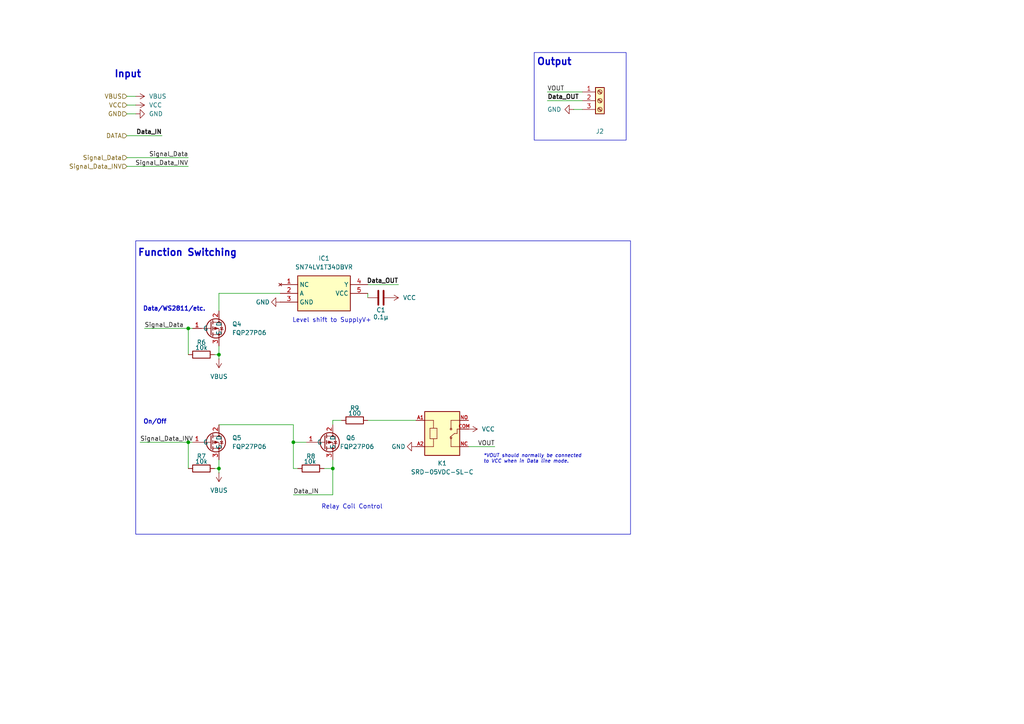
<source format=kicad_sch>
(kicad_sch (version 20231120) (generator "eeschema") (generator_version "8.0")
  (paper "A4")
  (lib_symbols
    (symbol "Connector:Screw_Terminal_01x03" (pin_names (offset 1.016) hide)
      (property "Reference" "J" (at 0 5.08 0))
      (property "Value" "Screw_Terminal_01x03" (at 0 -5.08 0))
      (symbol "Screw_Terminal_01x03_1_1"
        (rectangle (start -1.27 3.81) (end 1.27 -3.81) (stroke (width 0.254)) (fill (type background)))
        (circle (center 0 -2.54) (radius 0.635) (stroke (width 0.1524)))
        (polyline (pts (xy -0.5334 -2.2098) (xy 0.3302 -3.048)) (stroke (width 0.1524)))
        (polyline (pts (xy -0.5334 0.3302) (xy 0.3302 -0.508)) (stroke (width 0.1524)))
        (polyline (pts (xy -0.5334 2.8702) (xy 0.3302 2.032)) (stroke (width 0.1524)))
        (polyline (pts (xy -0.3556 -2.032) (xy 0.508 -2.8702)) (stroke (width 0.1524)))
        (polyline (pts (xy -0.3556 0.508) (xy 0.508 -0.3302)) (stroke (width 0.1524)))
        (polyline (pts (xy -0.3556 3.048) (xy 0.508 2.2098)) (stroke (width 0.1524)))
        (circle (center 0 0) (radius 0.635) (stroke (width 0.1524)))
        (circle (center 0 2.54) (radius 0.635) (stroke (width 0.1524)))
        (pin passive line (at -5.08 2.54 0) (length 3.81) (name "Pin_1") (number "1"))
        (pin passive line (at -5.08 0 0) (length 3.81) (name "Pin_2") (number "2"))
        (pin passive line (at -5.08 -2.54 0) (length 3.81) (name "Pin_3") (number "3"))
      )
    )
    (symbol "Device:C" (pin_numbers hide) (pin_names (offset 0.254))
      (property "Reference" "C" (at 0.635 2.54 0))
      (property "Value" "C" (at 0.635 -2.54 0))
      (symbol "C_0_1"
        (polyline (pts (xy -2.032 -0.762) (xy 2.032 -0.762)) (stroke (width 0.508)))
        (polyline (pts (xy -2.032 0.762) (xy 2.032 0.762)) (stroke (width 0.508)))
      )
      (symbol "C_1_1"
        (pin passive line (at 0 3.81 270) (length 2.794) (name "~") (number "1"))
        (pin passive line (at 0 -3.81 90) (length 2.794) (name "~") (number "2"))
      )
    )
    (symbol "Device:D" (pin_numbers hide) (pin_names (offset 1.016) hide)
      (property "Reference" "D" (at 0 2.54 0))
      (property "Value" "D" (at 0 -2.54 0))
      (symbol "D_0_1"
        (polyline (pts (xy -1.27 1.27) (xy -1.27 -1.27)) (stroke (width 0.254)))
        (polyline (pts (xy 1.27 0) (xy -1.27 0)))
        (polyline (pts (xy 1.27 1.27) (xy 1.27 -1.27) (xy -1.27 0) (xy 1.27 1.27)) (stroke (width 0.254)))
      )
      (symbol "D_1_1"
        (pin passive line (at -3.81 0 0) (length 2.54) (name "K") (number "1"))
        (pin passive line (at 3.81 0 180) (length 2.54) (name "A") (number "2"))
      )
    )
    (symbol "Device:R" (pin_numbers hide) (pin_names (offset 0))
      (property "Reference" "R" (at 2.032 0 90))
      (property "Value" "R" (at 0 0 90))
      (symbol "R_0_1"
        (rectangle (start -1.016 -2.54) (end 1.016 2.54) (stroke (width 0.254)))
      )
      (symbol "R_1_1"
        (pin passive line (at 0 3.81 270) (length 1.27) (name "~") (number "1"))
        (pin passive line (at 0 -3.81 90) (length 1.27) (name "~") (number "2"))
      )
    )
    (symbol "MySymbolsLibrary:SN74LV1T34DBVR"
      (property "Reference" "IC" (at 21.59 7.62 0))
      (property "Value" "SN74LV1T34DBVR" (at 21.59 5.08 0))
      (symbol "SN74LV1T34DBVR_1_1"
        (rectangle (start 5.08 2.54) (end 20.32 -7.62) (stroke (width 0.254)) (fill (type background)))
        (pin no_connect line (at 0 0 0) (length 5.08) (name "NC") (number "1"))
        (pin passive line (at 0 -2.54 0) (length 5.08) (name "A") (number "2"))
        (pin passive line (at 0 -5.08 0) (length 5.08) (name "GND") (number "3"))
        (pin passive line (at 25.4 0 180) (length 5.08) (name "Y") (number "4"))
        (pin passive line (at 25.4 -2.54 180) (length 5.08) (name "VCC") (number "5"))
      )
    )
    (symbol "MySymbolsLibrary:SRD-05VDC-SL-C" (pin_names (offset 1.016))
      (property "Reference" "K" (at -5.0809 5.843 0))
      (property "Value" "SRD-05VDC-SL-C" (at -8.382 -10.16 0))
      (symbol "SRD-05VDC-SL-C_0_0"
        (rectangle (start -5.08 5.08) (end 5.08 -7.62) (stroke (width 0.254)) (fill (type background)))
        (polyline (pts (xy -5.08 2.54) (xy -2.54 2.54)) (stroke (width 0.1524)))
        (polyline (pts (xy -3.556 -2.794) (xy -2.54 -2.794)) (stroke (width 0.1524)))
        (polyline (pts (xy -3.556 0.254) (xy -3.556 -2.794)) (stroke (width 0.1524)))
        (polyline (pts (xy -2.54 -5.08) (xy -5.08 -5.08)) (stroke (width 0.1524)))
        (polyline (pts (xy -2.54 -2.794) (xy -2.54 -5.08)) (stroke (width 0.1524)))
        (polyline (pts (xy -2.54 -2.794) (xy -1.524 -2.794)) (stroke (width 0.1524)))
        (polyline (pts (xy -2.54 0.254) (xy -3.556 0.254)) (stroke (width 0.1524)))
        (polyline (pts (xy -2.54 2.54) (xy -2.54 0.254)) (stroke (width 0.1524)))
        (polyline (pts (xy -1.524 -2.794) (xy -1.524 0.254)) (stroke (width 0.1524)))
        (polyline (pts (xy -1.524 0.254) (xy -2.54 0.254)) (stroke (width 0.1524)))
        (polyline (pts (xy 2.54 -5.08) (xy 5.08 -5.08)) (stroke (width 0.1524)))
        (polyline (pts (xy 2.54 -2.54) (xy 2.54 -5.08)) (stroke (width 0.1524)))
        (polyline (pts (xy 2.54 2.54) (xy 2.54 0)) (stroke (width 0.1524)))
        (polyline (pts (xy 3.556 -1.27) (xy 2.286 -2.286)) (stroke (width 0.1524)))
        (polyline (pts (xy 3.556 -1.27) (xy 4.318 -1.27)) (stroke (width 0.1524)))
        (polyline (pts (xy 4.318 -1.27) (xy 4.318 0)) (stroke (width 0.1524)))
        (polyline (pts (xy 4.318 0) (xy 5.08 0)) (stroke (width 0.1524)))
        (polyline (pts (xy 5.08 2.54) (xy 2.54 2.54)) (stroke (width 0.1524)))
        (circle (center 2.54 -2.54) (radius 0.254) (stroke (width 0.1524)))
        (circle (center 2.54 0) (radius 0.254) (stroke (width 0.1524)))
        (pin passive line (at -7.62 2.54 0) (length 2.54) (name "~") (number "A1"))
        (pin passive line (at -7.62 -5.08 0) (length 2.54) (name "~") (number "A2"))
        (pin passive line (at 7.62 0 180) (length 2.54) (name "~") (number "COM"))
        (pin passive line (at 7.62 -5.08 180) (length 2.54) (name "~") (number "NC"))
        (pin passive line (at 7.62 2.54 180) (length 2.54) (name "~") (number "NO"))
      )
    )
    (symbol "Transistor_FET:FQP27P06"
      (property "Reference" "Q" (at 5.08 1.905 0))
      (property "Value" "FQP27P06" (at 5.08 0 0))
      (symbol "FQP27P06_0_1"
        (polyline (pts (xy 0.254 0) (xy -2.54 0)))
        (polyline (pts (xy 0.254 1.905) (xy 0.254 -1.905)) (stroke (width 0.254)))
        (polyline (pts (xy 0.762 -1.27) (xy 0.762 -2.286)) (stroke (width 0.254)))
        (polyline (pts (xy 0.762 0.508) (xy 0.762 -0.508)) (stroke (width 0.254)))
        (polyline (pts (xy 0.762 2.286) (xy 0.762 1.27)) (stroke (width 0.254)))
        (polyline (pts (xy 2.54 2.54) (xy 2.54 1.778)))
        (polyline (pts (xy 2.54 -2.54) (xy 2.54 0) (xy 0.762 0)))
        (polyline (pts (xy 0.762 1.778) (xy 3.302 1.778) (xy 3.302 -1.778) (xy 0.762 -1.778)))
        (polyline (pts (xy 2.286 0) (xy 1.27 0.381) (xy 1.27 -0.381) (xy 2.286 0)) (fill (type outline)))
        (polyline (pts (xy 2.794 -0.508) (xy 2.921 -0.381) (xy 3.683 -0.381) (xy 3.81 -0.254)))
        (polyline (pts (xy 3.302 -0.381) (xy 2.921 0.254) (xy 3.683 0.254) (xy 3.302 -0.381)))
        (circle (center 1.651 0) (radius 2.794) (stroke (width 0.254)))
        (circle (center 2.54 -1.778) (radius 0.254) (fill (type outline)))
        (circle (center 2.54 1.778) (radius 0.254) (fill (type outline)))
      )
      (symbol "FQP27P06_1_1"
        (pin input line (at -5.08 0 0) (length 2.54) (name "G") (number "1"))
        (pin passive line (at 2.54 5.08 270) (length 2.54) (name "D") (number "2"))
        (pin passive line (at 2.54 -5.08 90) (length 2.54) (name "S") (number "3"))
      )
    )
    (symbol "Transistor_FET:IRF9540N"
      (property "Reference" "Q" (at 5.08 1.905 0))
      (property "Value" "IRF9540N" (at 5.08 0 0))
      (symbol "IRF9540N_0_1"
        (polyline (pts (xy 0.254 0) (xy -2.54 0)))
        (polyline (pts (xy 0.254 1.905) (xy 0.254 -1.905)) (stroke (width 0.254)))
        (polyline (pts (xy 0.762 -1.27) (xy 0.762 -2.286)) (stroke (width 0.254)))
        (polyline (pts (xy 0.762 0.508) (xy 0.762 -0.508)) (stroke (width 0.254)))
        (polyline (pts (xy 0.762 2.286) (xy 0.762 1.27)) (stroke (width 0.254)))
        (polyline (pts (xy 2.54 2.54) (xy 2.54 1.778)))
        (polyline (pts (xy 2.54 -2.54) (xy 2.54 0) (xy 0.762 0)))
        (polyline (pts (xy 0.762 1.778) (xy 3.302 1.778) (xy 3.302 -1.778) (xy 0.762 -1.778)))
        (polyline (pts (xy 2.286 0) (xy 1.27 0.381) (xy 1.27 -0.381) (xy 2.286 0)) (fill (type outline)))
        (polyline (pts (xy 2.794 -0.508) (xy 2.921 -0.381) (xy 3.683 -0.381) (xy 3.81 -0.254)))
        (polyline (pts (xy 3.302 -0.381) (xy 2.921 0.254) (xy 3.683 0.254) (xy 3.302 -0.381)))
        (circle (center 1.651 0) (radius 2.794) (stroke (width 0.254)))
        (circle (center 2.54 -1.778) (radius 0.254) (fill (type outline)))
        (circle (center 2.54 1.778) (radius 0.254) (fill (type outline)))
      )
      (symbol "IRF9540N_1_1"
        (pin input line (at -5.08 0 0) (length 2.54) (name "G") (number "1"))
        (pin passive line (at 2.54 5.08 270) (length 2.54) (name "D") (number "2"))
        (pin passive line (at 2.54 -5.08 90) (length 2.54) (name "S") (number "3"))
      )
    )
    (symbol "power:GND" (power) (pin_numbers hide) (pin_names (offset 0) hide)
      (property "Value" "GND" (at 0 -3.81 0))
      (symbol "GND_0_1"
        (polyline (pts (xy 0 0) (xy 0 -1.27) (xy 1.27 -1.27) (xy 0 -2.54) (xy -1.27 -1.27) (xy 0 -1.27)))
      )
      (symbol "GND_1_1"
        (pin power_in line (at 0 0 270) (length 0) (name "~") (number "1"))
      )
    )
    (symbol "power:VBUS" (power) (pin_numbers hide) (pin_names (offset 0) hide)
      (property "Value" "VBUS" (at 0 3.556 0))
      (symbol "VBUS_0_1"
        (polyline (pts (xy -0.762 1.27) (xy 0 2.54)))
        (polyline (pts (xy 0 0) (xy 0 2.54)))
        (polyline (pts (xy 0 2.54) (xy 0.762 1.27)))
      )
      (symbol "VBUS_1_1"
        (pin power_in line (at 0 0 90) (length 0) (name "~") (number "1"))
      )
    )
    (symbol "power:VCC" (power) (pin_numbers hide) (pin_names (offset 0) hide)
      (property "Value" "VCC" (at 0 3.556 0))
      (symbol "VCC_0_1"
        (polyline (pts (xy -0.762 1.27) (xy 0 2.54)))
        (polyline (pts (xy 0 0) (xy 0 2.54)))
        (polyline (pts (xy 0 2.54) (xy 0.762 1.27)))
      )
      (symbol "VCC_1_1"
        (pin power_in line (at 0 0 90) (length 0) (name "~") (number "1"))
      )
    )
  )
  (junction (at -101.6 147.32))
  (junction (at 63.5 102.87))
  (junction (at 54.61 128.27))
  (junction (at 54.61 95.25))
  (junction (at -157.48 147.32))
  (junction (at 63.5 135.89))
  (junction (at 96.52 135.89))
  (junction (at 85.09 128.27))
  (wire (pts (xy 63.5 85.09) (xy 81.28 85.09)))
  (wire (pts (xy 158.75 26.67) (xy 168.91 26.67)))
  (wire (pts (xy 63.5 90.17) (xy 63.5 85.09)))
  (wire (pts (xy 62.23 135.89) (xy 63.5 135.89)))
  (wire (pts (xy 54.61 95.25) (xy 54.61 102.87)))
  (wire (pts (xy 85.09 135.89) (xy 86.36 135.89)))
  (wire (pts (xy 93.98 135.89) (xy 96.52 135.89)))
  (wire (pts (xy 85.09 143.51) (xy 96.52 143.51)))
  (wire (pts (xy 96.52 121.92) (xy 96.52 123.19)))
  (wire (pts (xy 63.5 135.89) (xy 63.5 133.35)))
  (wire (pts (xy 63.5 104.14) (xy 63.5 102.87)))
  (wire (pts (xy 158.75 29.21) (xy 168.91 29.21)))
  (wire (pts (xy 36.83 48.26) (xy 54.61 48.26)))
  (wire (pts (xy -88.9 165.1) (xy -83.82 165.1)))
  (wire (pts (xy -157.48 147.32) (xy -157.48 149.86)))
  (wire (pts (xy -156.21 147.32) (xy -157.48 147.32)))
  (wire (pts (xy 36.83 27.94) (xy 39.37 27.94)))
  (wire (pts (xy -168.91 147.32) (xy -157.48 147.32)))
  (wire (pts (xy 166.37 31.75) (xy 168.91 31.75)))
  (wire (pts (xy 106.68 121.92) (xy 120.65 121.92)))
  (wire (pts (xy -118.11 165.1) (xy -106.68 165.1)))
  (wire (pts (xy -92.71 147.32) (xy -93.98 147.32)))
  (wire (pts (xy 85.09 128.27) (xy 85.09 135.89)))
  (wire (pts (xy 106.68 86.36) (xy 106.68 85.09)))
  (wire (pts (xy -101.6 147.32) (xy -100.33 147.32)))
  (wire (pts (xy 135.89 129.54) (xy 143.51 129.54)))
  (wire (pts (xy 54.61 95.25) (xy 55.88 95.25)))
  (wire (pts (xy -113.03 147.32) (xy -101.6 147.32)))
  (wire (pts (xy 36.83 33.02) (xy 39.37 33.02)))
  (wire (pts (xy 106.68 82.55) (xy 115.57 82.55)))
  (wire (pts (xy 36.83 39.37) (xy 46.99 39.37)))
  (wire (pts (xy 63.5 102.87) (xy 63.5 100.33)))
  (wire (pts (xy -144.78 165.1) (xy -139.7 165.1)))
  (wire (pts (xy 113.03 86.36) (xy 114.3 86.36)))
  (wire (pts (xy 85.09 128.27) (xy 88.9 128.27)))
  (wire (pts (xy 85.09 123.19) (xy 85.09 128.27)))
  (wire (pts (xy -166.37 165.1) (xy -162.56 165.1)))
  (wire (pts (xy -101.6 147.32) (xy -101.6 149.86)))
  (wire (pts (xy 96.52 135.89) (xy 96.52 143.51)))
  (wire (pts (xy 63.5 135.89) (xy 63.5 137.16)))
  (wire (pts (xy 40.64 128.27) (xy 54.61 128.27)))
  (wire (pts (xy 99.06 121.92) (xy 96.52 121.92)))
  (wire (pts (xy 62.23 102.87) (xy 63.5 102.87)))
  (wire (pts (xy 36.83 30.48) (xy 39.37 30.48)))
  (wire (pts (xy 41.91 95.25) (xy 54.61 95.25)))
  (wire (pts (xy 63.5 123.19) (xy 85.09 123.19)))
  (wire (pts (xy 96.52 135.89) (xy 96.52 133.35)))
  (wire (pts (xy -147.32 147.32) (xy -148.59 147.32)))
  (wire (pts (xy 36.83 45.72) (xy 54.61 45.72)))
  (wire (pts (xy 54.61 128.27) (xy 55.88 128.27)))
  (wire (pts (xy 54.61 128.27) (xy 54.61 135.89)))
  (rectangle (start 39.37 69.85) (end 182.88 154.94))
  (rectangle (start 154.94 15.24) (end 181.61 40.64))
  (text "Data/WS2811/etc." (at 50.546 89.662 0) (effects (font (size 1.27 1.27) (thickness 0.254) (bold yes))))
  (text "Relay Coil Control" (at 102.108 147.066 0) (effects (font (size 1.27 1.27))))
  (text "*VOUT should normally be connected\nto VCC when in Data line mode." (at 140.208 133.096 0) (effects (font (size 1 1) (italic yes)) (justify left)))
  (text "Level shift to SupplyV+" (at 96.266 92.964 0) (effects (font (size 1.27 1.27))))
  (text "On/Off" (at 44.958 122.428 0) (effects (font (size 1.27 1.27) (thickness 0.254) (bold yes))))
  (text "Input" (at 37.084 21.59 0) (effects (font (size 2 2) (thickness 0.4) (bold yes))))
  (text "Output" (at 160.782 18.034 0) (effects (font (size 2 2) (thickness 0.4) (bold yes))))
  (text "Function Switching" (at 39.878 73.406 0) (effects (font (size 2 2) (thickness 0.4) (bold yes)) (justify left)))
  (label "Data_OUT" (at 158.75 29.21 0) (effects (font (thickness 0.254) (bold yes))))
  (label "Signal_PS" (at -113.03 147.32 0))
  (label "Signal_Data_INV" (at 54.61 48.26 180))
  (label "Signal_Data" (at 41.91 95.25 0))
  (label "V+" (at -139.7 165.1 180) (effects (font (thickness 0.254) (bold yes))))
  (label "SupplyV+" (at -118.11 165.1 0))
  (label "VOUT" (at 143.51 129.54 180))
  (label "V+" (at -83.82 165.1 180) (effects (font (thickness 0.254) (bold yes))))
  (label "Data_OUT" (at 115.57 82.55 180) (effects (font (thickness 0.254) (bold yes))))
  (label "Data_IN" (at 46.99 39.37 180) (effects (font (thickness 0.254) (bold yes))))
  (label "Signal_Data" (at 54.61 45.72 180))
  (label "Data_IN" (at 85.09 143.51 0))
  (label "Signal_5V" (at -168.91 147.32 0))
  (label "Signal_Data_INV" (at 40.64 128.27 0))
  (label "VOUT" (at 158.75 26.67 0))
  (hierarchical_label "DATA" (shape input) (at 36.83 39.37 180))
  (hierarchical_label "VCC" (shape input) (at 36.83 30.48 180))
  (hierarchical_label "GND" (shape input) (at 36.83 33.02 180))
  (hierarchical_label "Signal_Data_INV" (shape input) (at 36.83 48.26 180))
  (hierarchical_label "Signal_Data" (shape input) (at 36.83 45.72 180))
  (hierarchical_label "VBUS" (shape input) (at 36.83 27.94 180))
  (symbol (lib_id "Device:R") (at -152.4 147.32 90) (unit 1) (exclude_from_sim yes) (in_bom no) (on_board no) (dnp yes)
    (property "Reference" "R3" (at -153.67 145.288 90) (effects (justify right)))
    (property "Value" "100Ω" (at -154.432 149.606 90) (effects (justify right)))
    (property "Footprint" "Resistor_SMD:R_0402_1005Metric" (effects (hide yes)))
    (property "Description" "Resistor" (effects (hide yes)))
    (instances (project "Esp32WledController" (path "" (reference "R3") (unit 1)) (path "" (reference "R35") (unit 1)) (path "" (reference "R11") (unit 1)) (path "" (reference "R27") (unit 1)) (path "" (reference "R43") (unit 1)) (path "" (reference "R19") (unit 1))))
  )
  (symbol (lib_id "Transistor_FET:IRF9540N") (at -157.48 162.56 270) (unit 1) (exclude_from_sim yes) (in_bom no) (on_board no) (dnp yes)
    (property "Reference" "Q2" (at -157.48 168.91 90))
    (property "Value" "IRF9540N" (at -157.48 171.45 90))
    (property "Footprint" "Package_TO_SOT_THT:TO-220-3_Vertical" (effects (hide yes)))
    (property "Datasheet" "http://www.irf.com/product-info/datasheets/data/irf9540n.pdf" (effects (hide yes)))
    (property "Description" "-23A Id, -100V Vds, 117mOhm Rds, P-Channel HEXFET Power MOSFET, TO-220" (effects (hide yes)))
    (instances (project "Esp32WledController" (path "" (reference "Q2") (unit 1)) (path "" (reference "Q22") (unit 1)) (path "" (reference "Q7") (unit 1)) (path "" (reference "Q17") (unit 1)) (path "" (reference "Q27") (unit 1)) (path "" (reference "Q12") (unit 1))))
  )
  (symbol (lib_id "power:GND") (at 81.28 87.63 270) (unit 1)
    (property "Reference" "#PWR019" (effects (hide yes)))
    (property "Value" "GND" (at 76.2 87.63 90))
    (property "Description" "Power symbol creates a global label with name \"GND\" , ground" (effects (hide yes)))
    (instances (project "Esp32WledController" (path "" (reference "#PWR019") (unit 1)) (path "" (reference "#PWR095") (unit 1)) (path "" (reference "#PWR032") (unit 1)) (path "" (reference "#PWR082") (unit 1)) (path "" (reference "#PWR0108") (unit 1)) (path "" (reference "#PWR069") (unit 1))))
  )
  (symbol (lib_id "power:VBUS") (at 63.5 137.16 180) (unit 1)
    (property "Reference" "#PWR031" (effects (hide yes)))
    (property "Value" "VBUS" (at 63.5 142.24 0))
    (property "Description" "Power symbol creates a global label with name \"VBUS\"" (effects (hide yes)))
    (instances (project "" (path "" (reference "#PWR018") (unit 1)) (path "" (reference "#PWR094") (unit 1)) (path "" (reference "#PWR031") (unit 1)) (path "" (reference "#PWR081") (unit 1)) (path "" (reference "#PWR0107") (unit 1)) (path "" (reference "#PWR068") (unit 1))))
  )
  (symbol (lib_id "power:GND") (at 166.37 31.75 270) (unit 1)
    (property "Reference" "#PWR023" (effects (hide yes)))
    (property "Value" "GND" (at 162.814 31.75 90) (effects (justify right)))
    (property "Description" "Power symbol creates a global label with name \"GND\" , ground" (effects (hide yes)))
    (instances (project "Esp32WledController" (path "" (reference "#PWR023") (unit 1)) (path "" (reference "#PWR099") (unit 1)) (path "" (reference "#PWR036") (unit 1)) (path "" (reference "#PWR086") (unit 1)) (path "" (reference "#PWR0112") (unit 1)) (path "" (reference "#PWR073") (unit 1))))
  )
  (symbol (lib_id "power:GND") (at -93.98 147.32 90) (unit 1) (exclude_from_sim yes) (in_bom no) (on_board no) (dnp yes)
    (property "Reference" "#PWR013" (effects (hide yes)))
    (property "Value" "GND" (at -88.9 147.32 0))
    (property "Description" "Power symbol creates a global label with name \"GND\" , ground" (effects (hide yes)))
    (instances (project "Esp32WledController" (path "" (reference "#PWR013") (unit 1)) (path "" (reference "#PWR089") (unit 1)) (path "" (reference "#PWR026") (unit 1)) (path "" (reference "#PWR076") (unit 1)) (path "" (reference "#PWR0102") (unit 1)) (path "" (reference "#PWR063") (unit 1))))
  )
  (symbol (lib_id "Device:R") (at 102.87 121.92 270) (unit 1)
    (property "Reference" "R9" (at 102.87 118.364 90))
    (property "Value" "100" (at 102.87 119.888 90))
    (property "Footprint" "Resistor_SMD:R_0402_1005Metric" (effects (hide yes)))
    (property "Description" "Resistor" (effects (hide yes)))
    (instances (project "Esp32WledController" (path "" (reference "R9") (unit 1)) (path "" (reference "R41") (unit 1)) (path "" (reference "R17") (unit 1)) (path "" (reference "R33") (unit 1)) (path "" (reference "R49") (unit 1)) (path "" (reference "R25") (unit 1))))
  )
  (symbol (lib_id "Connector:Screw_Terminal_01x03") (at 173.99 29.21 0) (unit 1)
    (property "Reference" "J2" (at 173.99 38.1 0))
    (property "Value" "${SHEETNAME}" (at 173.99 35.56 0))
    (property "Footprint" "Connector_Phoenix_MSTB:PhoenixContact_MSTBA_2,5_3-G_1x03_P5.00mm_Horizontal" (effects (hide yes)))
    (property "Description" "Generic screw terminal, single row, 01x03, script generated (kicad-library-utils/schlib/autogen/connector/)" (effects (hide yes)))
    (instances (project "Esp32WledController" (path "" (reference "J2") (unit 1)) (path "" (reference "J6") (unit 1)) (path "" (reference "J3") (unit 1)) (path "" (reference "J5") (unit 1)) (path "" (reference "J7") (unit 1)) (path "" (reference "J4") (unit 1))))
  )
  (symbol (lib_id "Transistor_FET:IRF9540N") (at -101.6 162.56 270) (unit 1) (exclude_from_sim yes) (in_bom no) (on_board no) (dnp yes)
    (property "Reference" "Q3" (at -101.6 168.91 90))
    (property "Value" "IRF9540N" (at -101.6 171.45 90))
    (property "Footprint" "Package_TO_SOT_THT:TO-220-3_Vertical" (effects (hide yes)))
    (property "Datasheet" "http://www.irf.com/product-info/datasheets/data/irf9540n.pdf" (effects (hide yes)))
    (property "Description" "-23A Id, -100V Vds, 117mOhm Rds, P-Channel HEXFET Power MOSFET, TO-220" (effects (hide yes)))
    (instances (project "Esp32WledController" (path "" (reference "Q3") (unit 1)) (path "" (reference "Q23") (unit 1)) (path "" (reference "Q8") (unit 1)) (path "" (reference "Q18") (unit 1)) (path "" (reference "Q28") (unit 1)) (path "" (reference "Q13") (unit 1))))
  )
  (symbol (lib_id "power:VBUS") (at 39.37 27.94 270) (unit 1)
    (property "Reference" "#PWR027" (effects (hide yes)))
    (property "Value" "VBUS" (at 43.18 27.9399 90) (effects (justify left)))
    (property "Description" "Power symbol creates a global label with name \"VBUS\"" (effects (hide yes)))
    (instances (project "" (path "" (reference "#PWR014") (unit 1)) (path "" (reference "#PWR090") (unit 1)) (path "" (reference "#PWR027") (unit 1)) (path "" (reference "#PWR077") (unit 1)) (path "" (reference "#PWR0103") (unit 1)) (path "" (reference "#PWR064") (unit 1))))
  )
  (symbol (lib_id "Device:R") (at 90.17 135.89 270) (unit 1)
    (property "Reference" "R8" (at 90.17 132.334 90))
    (property "Value" "10k" (at 89.916 133.858 90))
    (property "Footprint" "Resistor_SMD:R_0402_1005Metric" (effects (hide yes)))
    (property "Description" "Resistor" (effects (hide yes)))
    (instances (project "Esp32WledController" (path "" (reference "R8") (unit 1)) (path "" (reference "R40") (unit 1)) (path "" (reference "R16") (unit 1)) (path "" (reference "R32") (unit 1)) (path "" (reference "R48") (unit 1)) (path "" (reference "R24") (unit 1))))
  )
  (symbol (lib_id "Transistor_FET:FQP27P06") (at 60.96 128.27 0) (unit 1)
    (property "Reference" "Q5" (at 67.31 126.9999 0) (effects (justify left)))
    (property "Value" "FQP27P06" (at 67.31 129.5399 0) (effects (justify left)))
    (property "Footprint" "Package_TO_SOT_THT:TO-220-3_Vertical" (effects (hide yes)))
    (property "Datasheet" "https://www.onsemi.com/pub/Collateral/FQP27P06-D.PDF" (effects (hide yes)))
    (property "Description" "-27A Id, -60V Vds, QFET P-Channel MOSFET, TO-220" (effects (hide yes)))
    (instances (project "Esp32WledController" (path "" (reference "Q5") (unit 1)) (path "" (reference "Q25") (unit 1)) (path "" (reference "Q10") (unit 1)) (path "" (reference "Q20") (unit 1)) (path "" (reference "Q30") (unit 1)) (path "" (reference "Q15") (unit 1))))
  )
  (symbol (lib_id "Device:D") (at -92.71 165.1 180) (unit 1) (exclude_from_sim yes) (in_bom no) (on_board no) (dnp yes)
    (property "Reference" "D2" (at -92.456 161.798 0))
    (property "Value" "D" (effects (hide yes)))
    (property "Footprint" "Diode_SMD:D_0201_0603Metric" (effects (hide yes)))
    (property "Description" "Diode" (effects (hide yes)))
    (property "Sim.Device" "D" (effects (hide yes)))
    (property "Sim.Pins" "1=K 2=A" (effects (hide yes)))
    (instances (project "Esp32WledController" (path "" (reference "D2") (unit 1)) (path "" (reference "D10") (unit 1)) (path "" (reference "D4") (unit 1)) (path "" (reference "D8") (unit 1)) (path "" (reference "D12") (unit 1)) (path "" (reference "D6") (unit 1))))
  )
  (symbol (lib_id "MySymbolsLibrary:SN74LV1T34DBVR") (at 81.28 82.55 0) (unit 1)
    (property "Reference" "IC2" (at 93.98 74.93 0))
    (property "Value" "SN74LV1T34DBVR" (at 93.98 77.47 0))
    (property "Footprint" "MyFootprintsLibrary:SOT95P280X145-5N" (effects (hide yes)))
    (property "Datasheet" "http://www.ti.com/lit/gpn/sn74lv1t34" (effects (hide yes)))
    (property "Description" "Single Power Supply BUFFER Logic Level Shifter (no enable)" (effects (hide yes)))
    (property "Height" "1.45" (effects (hide yes)))
    (property "Mouser Part Number" "595-SN74LV1T34DBVR" (effects (hide yes)))
    (property "Mouser Price/Stock" "https://www.mouser.co.uk/ProductDetail/Texas-Instruments/SN74LV1T34DBVR?qs=8sOby8ZxZLE4ekkxA3S6Wg%3D%3D" (effects (hide yes)))
    (property "Manufacturer_Name" "Texas Instruments" (effects (hide yes)))
    (property "Manufacturer_Part_Number" "SN74LV1T34DBVR" (effects (hide yes)))
    (instances (project "" (path "" (reference "IC1") (unit 1)) (path "" (reference "IC5") (unit 1)) (path "" (reference "IC2") (unit 1)) (path "" (reference "IC4") (unit 1)) (path "" (reference "IC6") (unit 1)) (path "" (reference "IC3") (unit 1))))
  )
  (symbol (lib_id "power:VCC") (at -166.37 165.1 90) (unit 1) (exclude_from_sim yes) (in_bom no) (on_board no) (dnp yes)
    (property "Reference" "#PWR011" (effects (hide yes)))
    (property "Value" "VCC" (at -170.18 165.0999 90) (effects (justify left)))
    (property "Description" "Power symbol creates a global label with name \"VCC\"" (effects (hide yes)))
    (instances (project "Esp32WledController" (path "" (reference "#PWR011") (unit 1)) (path "" (reference "#PWR087") (unit 1)) (path "" (reference "#PWR024") (unit 1)) (path "" (reference "#PWR074") (unit 1)) (path "" (reference "#PWR0100") (unit 1)) (path "" (reference "#PWR061") (unit 1))))
  )
  (symbol (lib_id "MySymbolsLibrary:SRD-05VDC-SL-C") (at 128.27 124.46 0) (unit 1)
    (property "Reference" "K1" (at 128.27 134.366 0))
    (property "Value" "SRD-05VDC-SL-C" (at 128.27 136.906 0))
    (property "Footprint" "SRD-05VDC-SL-C:RELAY_SRD-05VDC-SL-C" (effects (hide yes)))
    (property "MF" "Songle Relay" (effects (hide yes)))
    (property "Description_1" "\n                        \n                            5V Trigger Relay Module For Arduino And Raspberry Pi 5V Trigger Relay Module For Arduino And Raspberry Pi\n                        \n" (effects (hide yes)))
    (property "Package" "NON STANDARD-5 Songle Relay" (effects (hide yes)))
    (property "Price" "None" (effects (hide yes)))
    (property "Check_prices" "https://www.snapeda.com/parts/SRD-05VDC-SL-C/Songle+Relay/view-part/?ref=eda" (effects (hide yes)))
    (property "STANDARD" "IPC-7251" (effects (hide yes)))
    (property "SnapEDA_Link" "https://www.snapeda.com/parts/SRD-05VDC-SL-C/Songle+Relay/view-part/?ref=snap" (effects (hide yes)))
    (property "MP" "SRD-05VDC-SL-C" (effects (hide yes)))
    (property "Availability" "In Stock" (effects (hide yes)))
    (property "MANUFACTURER" "SONGLE RELAY" (effects (hide yes)))
    (instances (project "Esp32WledController" (path "" (reference "K1") (unit 1)) (path "" (reference "K5") (unit 1)) (path "" (reference "K2") (unit 1)) (path "" (reference "K4") (unit 1)) (path "" (reference "K6") (unit 1)) (path "" (reference "K3") (unit 1))))
  )
  (symbol (lib_id "power:VBUS") (at 63.5 104.14 180) (unit 1)
    (property "Reference" "#PWR017" (effects (hide yes)))
    (property "Value" "VBUS" (at 63.5 109.22 0))
    (property "Description" "Power symbol creates a global label with name \"VBUS\"" (effects (hide yes)))
    (instances (project "Esp32WledController" (path "" (reference "#PWR017") (unit 1)) (path "" (reference "#PWR093") (unit 1)) (path "" (reference "#PWR030") (unit 1)) (path "" (reference "#PWR080") (unit 1)) (path "" (reference "#PWR0106") (unit 1)) (path "" (reference "#PWR067") (unit 1))))
  )
  (symbol (lib_id "Transistor_FET:FQP27P06") (at 60.96 95.25 0) (unit 1)
    (property "Reference" "Q9" (at 67.31 93.9799 0) (effects (justify left)))
    (property "Value" "FQP27P06" (at 67.31 96.5199 0) (effects (justify left)))
    (property "Footprint" "Package_TO_SOT_THT:TO-220-3_Vertical" (effects (hide yes)))
    (property "Datasheet" "https://www.onsemi.com/pub/Collateral/FQP27P06-D.PDF" (effects (hide yes)))
    (property "Description" "-27A Id, -60V Vds, QFET P-Channel MOSFET, TO-220" (effects (hide yes)))
    (instances (project "" (path "" (reference "Q4") (unit 1)) (path "" (reference "Q24") (unit 1)) (path "" (reference "Q9") (unit 1)) (path "" (reference "Q19") (unit 1)) (path "" (reference "Q29") (unit 1)) (path "" (reference "Q14") (unit 1))))
  )
  (symbol (lib_id "power:VCC") (at 113.03 86.36 270) (unit 1)
    (property "Reference" "#PWR020" (effects (hide yes)))
    (property "Value" "VCC" (at 116.84 86.3599 90) (effects (justify left)))
    (property "Description" "Power symbol creates a global label with name \"VCC\"" (effects (hide yes)))
    (instances (project "Esp32WledController" (path "" (reference "#PWR020") (unit 1)) (path "" (reference "#PWR096") (unit 1)) (path "" (reference "#PWR033") (unit 1)) (path "" (reference "#PWR083") (unit 1)) (path "" (reference "#PWR0109") (unit 1)) (path "" (reference "#PWR070") (unit 1))))
  )
  (symbol (lib_id "power:GND") (at -147.32 147.32 90) (unit 1) (exclude_from_sim yes) (in_bom no) (on_board no) (dnp yes)
    (property "Reference" "#PWR012" (effects (hide yes)))
    (property "Value" "GND" (at -142.24 147.32 0))
    (property "Description" "Power symbol creates a global label with name \"GND\" , ground" (effects (hide yes)))
    (instances (project "Esp32WledController" (path "" (reference "#PWR012") (unit 1)) (path "" (reference "#PWR088") (unit 1)) (path "" (reference "#PWR025") (unit 1)) (path "" (reference "#PWR075") (unit 1)) (path "" (reference "#PWR0101") (unit 1)) (path "" (reference "#PWR062") (unit 1))))
  )
  (symbol (lib_id "power:GND") (at 39.37 33.02 90) (unit 1)
    (property "Reference" "#PWR016" (effects (hide yes)))
    (property "Value" "GND" (at 45.212 33.02 90))
    (property "Description" "Power symbol creates a global label with name \"GND\" , ground" (effects (hide yes)))
    (instances (project "Esp32WledController" (path "" (reference "#PWR016") (unit 1)) (path "" (reference "#PWR092") (unit 1)) (path "" (reference "#PWR029") (unit 1)) (path "" (reference "#PWR079") (unit 1)) (path "" (reference "#PWR0105") (unit 1)) (path "" (reference "#PWR066") (unit 1))))
  )
  (symbol (lib_id "power:GND") (at 120.65 129.54 270) (unit 1)
    (property "Reference" "#PWR021" (effects (hide yes)))
    (property "Value" "GND" (at 115.57 129.54 90))
    (property "Description" "Power symbol creates a global label with name \"GND\" , ground" (effects (hide yes)))
    (instances (project "Esp32WledController" (path "" (reference "#PWR021") (unit 1)) (path "" (reference "#PWR097") (unit 1)) (path "" (reference "#PWR034") (unit 1)) (path "" (reference "#PWR084") (unit 1)) (path "" (reference "#PWR0110") (unit 1)) (path "" (reference "#PWR071") (unit 1))))
  )
  (symbol (lib_id "Device:R") (at 58.42 135.89 270) (unit 1)
    (property "Reference" "R7" (at 58.42 132.334 90))
    (property "Value" "10k" (at 58.42 133.858 90))
    (property "Footprint" "Resistor_SMD:R_0402_1005Metric" (effects (hide yes)))
    (property "Description" "Resistor" (effects (hide yes)))
    (instances (project "Esp32WledController" (path "" (reference "R7") (unit 1)) (path "" (reference "R39") (unit 1)) (path "" (reference "R15") (unit 1)) (path "" (reference "R31") (unit 1)) (path "" (reference "R47") (unit 1)) (path "" (reference "R23") (unit 1))))
  )
  (symbol (lib_id "Device:R") (at -101.6 153.67 180) (unit 1) (exclude_from_sim yes) (in_bom no) (on_board no) (dnp yes)
    (property "Reference" "R4" (at -99.06 152.3999 0) (effects (justify right)))
    (property "Value" "1kΩ" (at -99.06 154.9399 0) (effects (justify right)))
    (property "Footprint" "Resistor_SMD:R_0402_1005Metric" (effects (hide yes)))
    (property "Description" "Resistor" (effects (hide yes)))
    (instances (project "Esp32WledController" (path "" (reference "R4") (unit 1)) (path "" (reference "R36") (unit 1)) (path "" (reference "R12") (unit 1)) (path "" (reference "R28") (unit 1)) (path "" (reference "R44") (unit 1)) (path "" (reference "R20") (unit 1))))
  )
  (symbol (lib_id "Device:R") (at -157.48 153.67 180) (unit 1) (exclude_from_sim yes) (in_bom no) (on_board no) (dnp yes)
    (property "Reference" "R2" (at -154.94 152.3999 0) (effects (justify right)))
    (property "Value" "1kΩ" (at -154.94 154.9399 0) (effects (justify right)))
    (property "Footprint" "Resistor_SMD:R_0402_1005Metric" (effects (hide yes)))
    (property "Description" "Resistor" (effects (hide yes)))
    (instances (project "Esp32WledController" (path "" (reference "R2") (unit 1)) (path "" (reference "R34") (unit 1)) (path "" (reference "R10") (unit 1)) (path "" (reference "R26") (unit 1)) (path "" (reference "R42") (unit 1)) (path "" (reference "R18") (unit 1))))
  )
  (symbol (lib_id "Device:R") (at 58.42 102.87 270) (unit 1)
    (property "Reference" "R6" (at 58.42 99.314 90))
    (property "Value" "10k" (at 58.42 100.838 90))
    (property "Footprint" "Resistor_SMD:R_0402_1005Metric" (effects (hide yes)))
    (property "Description" "Resistor" (effects (hide yes)))
    (instances (project "Esp32WledController" (path "" (reference "R6") (unit 1)) (path "" (reference "R38") (unit 1)) (path "" (reference "R14") (unit 1)) (path "" (reference "R30") (unit 1)) (path "" (reference "R46") (unit 1)) (path "" (reference "R22") (unit 1))))
  )
  (symbol (lib_id "power:VCC") (at 135.89 124.46 270) (unit 1)
    (property "Reference" "#PWR022" (effects (hide yes)))
    (property "Value" "VCC" (at 139.7 124.4599 90) (effects (justify left)))
    (property "Description" "Power symbol creates a global label with name \"VCC\"" (effects (hide yes)))
    (instances (project "Esp32WledController" (path "" (reference "#PWR022") (unit 1)) (path "" (reference "#PWR098") (unit 1)) (path "" (reference "#PWR035") (unit 1)) (path "" (reference "#PWR085") (unit 1)) (path "" (reference "#PWR0111") (unit 1)) (path "" (reference "#PWR072") (unit 1))))
  )
  (symbol (lib_id "Transistor_FET:FQP27P06") (at 93.98 128.27 0) (unit 1)
    (property "Reference" "Q6" (at 100.33 126.9999 0) (effects (justify left)))
    (property "Value" "FQP27P06" (at 98.552 129.54 0) (effects (justify left)))
    (property "Footprint" "Package_TO_SOT_THT:TO-220-3_Vertical" (effects (hide yes)))
    (property "Datasheet" "https://www.onsemi.com/pub/Collateral/FQP27P06-D.PDF" (effects (hide yes)))
    (property "Description" "-27A Id, -60V Vds, QFET P-Channel MOSFET, TO-220" (effects (hide yes)))
    (instances (project "Esp32WledController" (path "" (reference "Q6") (unit 1)) (path "" (reference "Q26") (unit 1)) (path "" (reference "Q11") (unit 1)) (path "" (reference "Q21") (unit 1)) (path "" (reference "Q31") (unit 1)) (path "" (reference "Q16") (unit 1))))
  )
  (symbol (lib_id "Device:R") (at -96.52 147.32 90) (unit 1) (exclude_from_sim yes) (in_bom no) (on_board no) (dnp yes)
    (property "Reference" "R5" (at -97.79 145.288 90) (effects (justify right)))
    (property "Value" "100Ω" (at -98.552 149.606 90) (effects (justify right)))
    (property "Footprint" "Resistor_SMD:R_0402_1005Metric" (effects (hide yes)))
    (property "Description" "Resistor" (effects (hide yes)))
    (instances (project "Esp32WledController" (path "" (reference "R5") (unit 1)) (path "" (reference "R37") (unit 1)) (path "" (reference "R13") (unit 1)) (path "" (reference "R29") (unit 1)) (path "" (reference "R45") (unit 1)) (path "" (reference "R21") (unit 1))))
  )
  (symbol (lib_id "Device:C") (at 110.49 86.36 90) (unit 1)
    (property "Reference" "C2" (at 110.49 89.916 90))
    (property "Value" "0.1µ" (at 110.49 91.948 90))
    (property "Footprint" "Capacitor_SMD:C_0805_2012Metric" (effects (hide yes)))
    (property "Description" "Ceramic Capacitor - Place close to Chip" (effects (hide yes)))
    (instances (project "" (path "" (reference "C1") (unit 1)) (path "" (reference "C5") (unit 1)) (path "" (reference "C2") (unit 1)) (path "" (reference "C4") (unit 1)) (path "" (reference "C6") (unit 1)) (path "" (reference "C3") (unit 1))))
  )
  (symbol (lib_id "Device:D") (at -148.59 165.1 180) (unit 1) (exclude_from_sim yes) (in_bom no) (on_board no) (dnp yes)
    (property "Reference" "D1" (at -148.336 161.798 0))
    (property "Value" "D" (effects (hide yes)))
    (property "Footprint" "Diode_SMD:D_0201_0603Metric" (effects (hide yes)))
    (property "Description" "Diode" (effects (hide yes)))
    (property "Sim.Device" "D" (effects (hide yes)))
    (property "Sim.Pins" "1=K 2=A" (effects (hide yes)))
    (instances (project "Esp32WledController" (path "" (reference "D1") (unit 1)) (path "" (reference "D9") (unit 1)) (path "" (reference "D3") (unit 1)) (path "" (reference "D7") (unit 1)) (path "" (reference "D11") (unit 1)) (path "" (reference "D5") (unit 1))))
  )
  (symbol (lib_id "power:VCC") (at 39.37 30.48 270) (unit 1)
    (property "Reference" "#PWR028" (effects (hide yes)))
    (property "Value" "VCC" (at 43.18 30.4799 90) (effects (justify left)))
    (property "Description" "Power symbol creates a global label with name \"VCC\"" (effects (hide yes)))
    (instances (project "" (path "" (reference "#PWR015") (unit 1)) (path "" (reference "#PWR091") (unit 1)) (path "" (reference "#PWR028") (unit 1)) (path "" (reference "#PWR078") (unit 1)) (path "" (reference "#PWR0104") (unit 1)) (path "" (reference "#PWR065") (unit 1))))
  )
)
</source>
